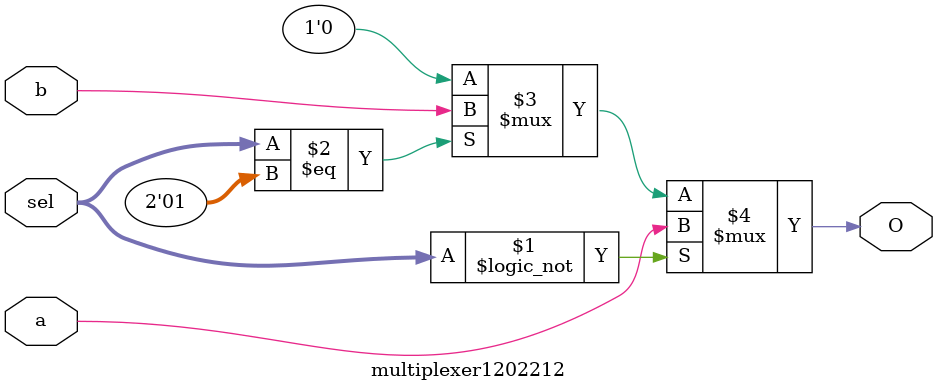
<source format=v>
module multiplexer1202212 (
input [1:0] sel,
input a,
input b,
output O
);
assign O = (sel == 2'b00) ? a :
(sel == 2'b01) ? b :
1'b0;
endmodule

</source>
